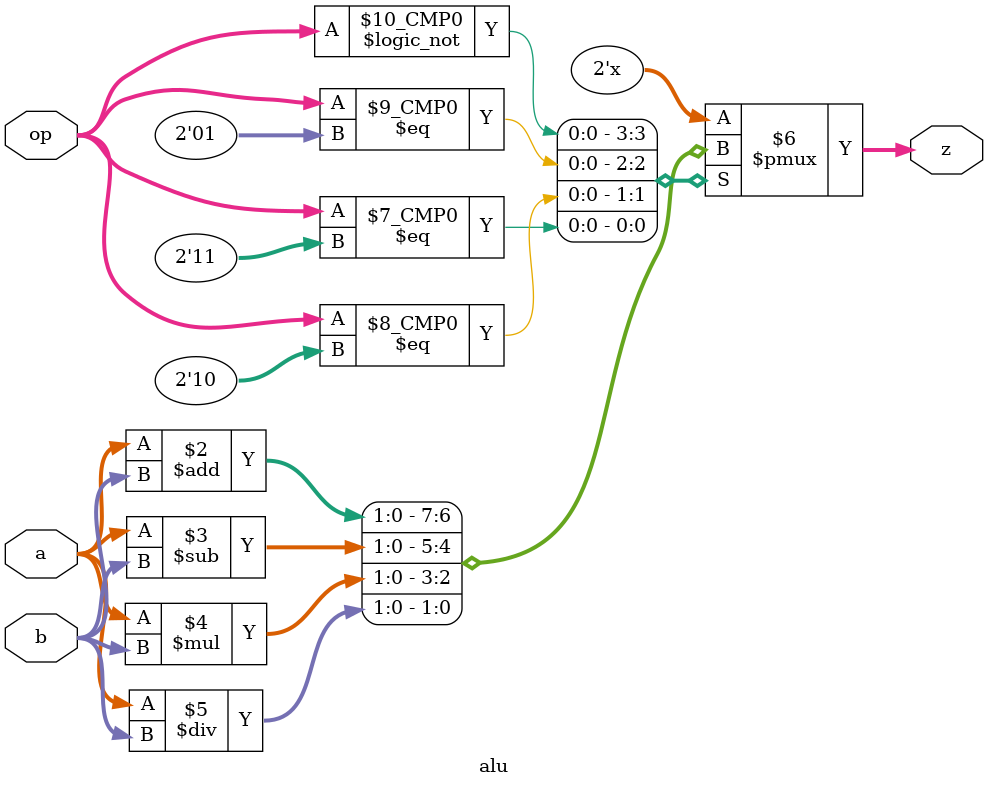
<source format=v>

module alu (a, b, op, z);
  input [1:0] a, b, op;

  output[1:0] z;
  reg[1:0] z;

  always @(a or b or op)
    case (op) 
      0 : z = a + b; 
      1 : z = a -b;
      2 : z = a * b;
      3 : z = a / b;
    endcase
endmodule

</source>
